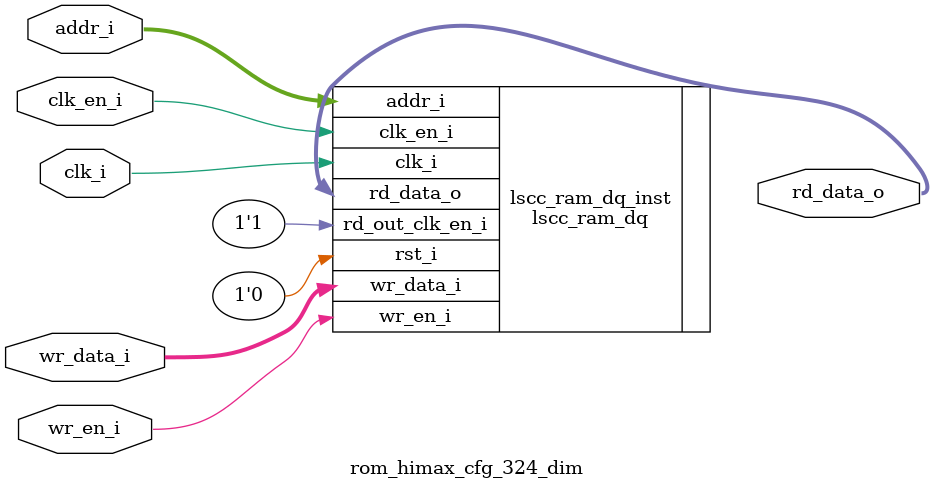
<source format=v>
/*******************************************************************************
    Verilog netlist generated by IPGEN Radiant
    Soft IP Version: 1.0.0
    Mon Jun 04 18:15:33 2018
*******************************************************************************/
/*******************************************************************************
    Include IP core template files.
*******************************************************************************/
`include "core/lscc_ram_dq.v"
/*******************************************************************************
    Wrapper Module generated per user settings.
*******************************************************************************/
module rom_himax_cfg_324_dim (clk_i, clk_en_i, wr_en_i, wr_data_i, addr_i,
    rd_data_o);
    input  clk_i;
    input  clk_en_i;
    input  wr_en_i;
    input  [15:0]  wr_data_i;
    input  [7:0]  addr_i;
    output  [15:0]  rd_data_o;
    lscc_ram_dq #(.ADDR_DEPTH(256),
        .DATA_WIDTH(16),
        .ADDR_WIDTH(8),
        .REGMODE("noreg"),
        .RESETMODE("sync"),
        .INIT_MODE("mem_file"),
        .INIT_FILE("misc/ram256x16_himax_324x324_dim_rom_himax_cfg_324_dim_copy.mem"),
        .INIT_FILE_FORMAT("hex"))
    lscc_ram_dq_inst(.clk_i(clk_i),
        .rst_i(1'b0),
        .clk_en_i(clk_en_i),
        .rd_out_clk_en_i(1'b1),
        .wr_en_i(wr_en_i),
        .wr_data_i(wr_data_i),
        .addr_i(addr_i),
        .rd_data_o(rd_data_o));
endmodule
</source>
